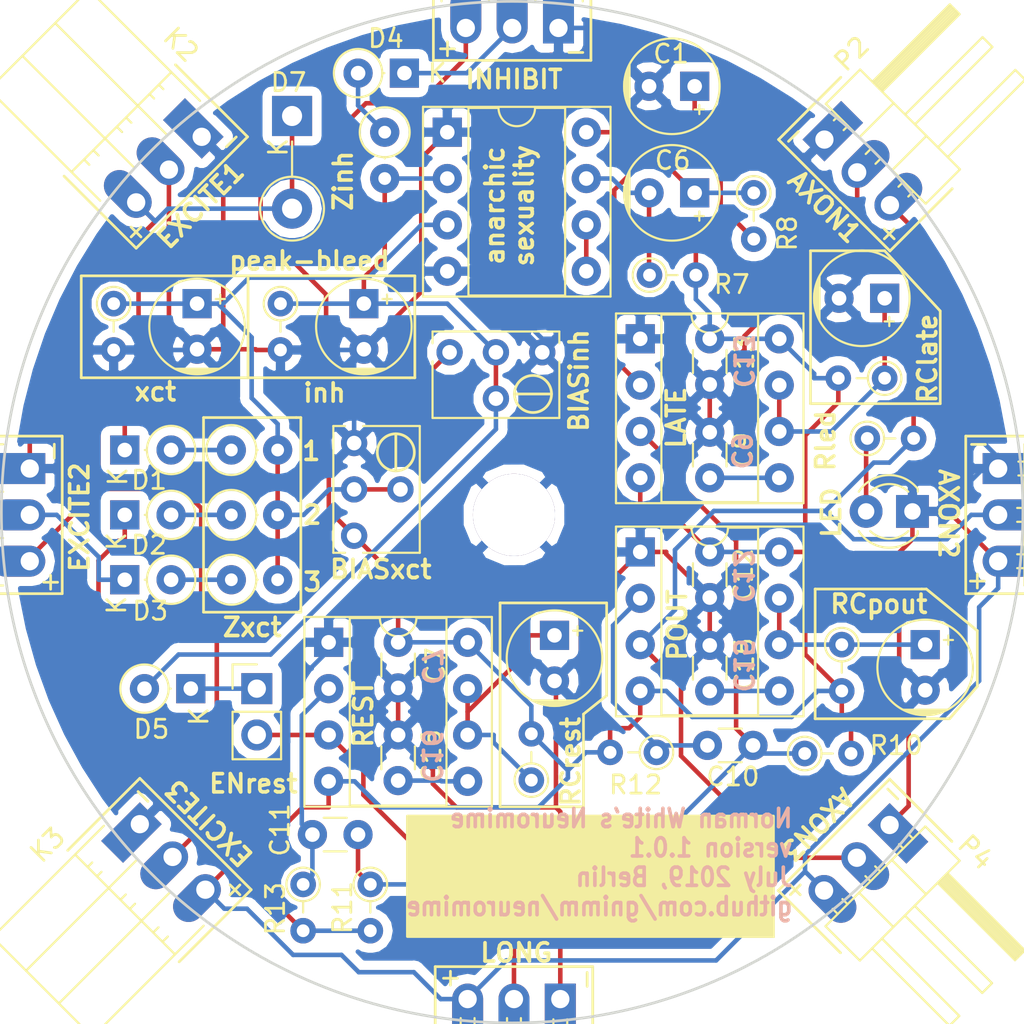
<source format=kicad_pcb>
(kicad_pcb (version 20171130) (host pcbnew 5.0.2-bee76a0~70~ubuntu18.04.1)
  (layers (0 F.Cu signal hide) (31 B.Cu signal hide) (34 B.Paste user hide) (35 F.Paste user hide) (36 B.SilkS user hide) (37 F.SilkS user) (38 B.Mask user hide) (39 F.Mask user) (44 Edge.Cuts user))
  (net 0 "")
  (net 1 GND)
  (net 2 VCC)
  (net 3 refractory)
  (net 4 "Net-(C5-Pad1)")
  (net 5 "Net-(C6-Pad1)")
  (net 6 "Net-(C6-Pad2)")
  (net 7 "Net-(C8-Pad1)")
  (net 8 "Net-(C9-Pad1)")
  (net 9 "Net-(C10-Pad2)")
  (net 10 "Net-(C10-Pad1)")
  (net 11 "Net-(C11-Pad1)")
  (net 12 "Net-(C15-Pad1)")
  (net 13 "Net-(C16-Pad1)")
  (net 14 "Net-(C17-Pad1)")
  (net 15 "Net-(D1-Pad2)")
  (net 16 "Net-(D1-Pad1)")
  (net 17 "Net-(D2-Pad1)")
  (net 18 "Net-(D2-Pad2)")
  (net 19 "Net-(D3-Pad2)")
  (net 20 "Net-(D3-Pad1)")
  (net 21 "Net-(D4-Pad1)")
  (net 22 "Net-(D4-Pad2)")
  (net 23 "Net-(D5-Pad1)")
  (net 24 "Net-(D6-Pad2)")
  (net 25 "Net-(P2-Pad2)")
  (net 26 "Net-(P5-Pad2)")
  (net 27 "Net-(U1-Pad5)")
  (net 28 "Net-(C14-Pad1)")
  (net 29 VDD)
  (module flemming_feetprint_2019:R_Axial_DIN0207_L6.3mm_D2.5mm_P2.54mm_Vertical_pad_numbers_reversed_0.7mm_hole (layer F.Cu) (at 134.506 46.444)
    (fp_text reference R1 hide)
    (fp_text value Zxct)
    (pad 2 thru_hole circle (at 0 0) (size 1.6 1.6) (drill 0.7) (layers *.Cu *.Mask) (net 15 "Net-(D1-Pad2)"))
    (pad 1 thru_hole oval (at 2.54 0) (size 1.6 1.6) (drill 0.7) (layers *.Cu *.Mask) (net 4 "Net-(C5-Pad1)"))
  )
  (module flemming_feetprint_2019:R_Axial_DIN0207_L6.3mm_D2.5mm_P2.54mm_Vertical_pad_numbers_reversed_0.7mm_hole (layer F.Cu) (at 134.506 53.556)
    (fp_text reference R3 hide)
    (fp_text value Zxct)
    (pad 2 thru_hole circle (at 0 0) (size 1.6 1.6) (drill 0.7) (layers *.Cu *.Mask) (net 19 "Net-(D3-Pad2)"))
    (pad 1 thru_hole oval (at 2.54 0) (size 1.6 1.6) (drill 0.7) (layers *.Cu *.Mask) (net 4 "Net-(C5-Pad1)"))
  )
  (module flemming_feetprint_2019:R_Axial_DIN0207_L6.3mm_D2.5mm_P2.54mm_Vertical_pad_numbers_reversed_0.7mm_hole (layer F.Cu) (at 142.915 29.022 270)
    (fp_text reference R4 hide)
    (fp_text value Zinh)
    (pad 2 thru_hole circle (at 0 0 270) (size 1.6 1.6) (drill 0.7) (layers *.Cu *.Mask) (net 22 "Net-(D4-Pad2)"))
    (pad 1 thru_hole oval (at 2.54 0 270) (size 1.6 1.6) (drill 0.7) (layers *.Cu *.Mask) (net 3 refractory))
  )
  (module flemming_feetprint_2019:R_Axial_DIN0207_L6.3mm_D2.5mm_P2.54mm_Vertical_pad_numbers_reversed (layer F.Cu) (at 134.506 50)
    (fp_text reference R2 hide)
    (fp_text value Zxct)
    (pad 2 thru_hole circle (at 0 0) (size 1.6 1.6) (drill 0.7) (layers *.Cu *.Mask) (net 18 "Net-(D2-Pad2)"))
    (pad 1 thru_hole oval (at 2.54 0) (size 1.6 1.6) (drill 0.7) (layers *.Cu *.Mask) (net 4 "Net-(C5-Pad1)"))
  )
  (module flemming_feetprint_2016:CP_Radial_D5.0mm_P2.50mm_positive_symbol_inside (layer F.Cu) (at 170.32 38.1255 180)
    (fp_text reference C8 hide)
    (fp_text value Clate)
    (pad 2 thru_hole circle (at 2.5 0 180) (size 1.6 1.6) (drill 0.8) (layers *.Cu *.Mask) (net 1 GND))
    (pad 1 thru_hole rect (at 0 0 180) (size 1.6 1.6) (drill 0.8) (layers *.Cu *.Mask) (net 7 "Net-(C8-Pad1)"))
  )
  (module flemming_feetprint_2016:CP_Radial_D5.0mm_P2.50mm_positive_symbol_inside (layer F.Cu) (at 159.906 26.505 180)
    (fp_text reference C1 (at 1.2935 1.778 180) (layer F.SilkS))
    (fp_text value 10uF)
    (pad 2 thru_hole circle (at 2.5 0 180) (size 1.6 1.6) (drill 0.8) (layers *.Cu *.Mask) (net 1 GND))
    (pad 1 thru_hole rect (at 0 0 180) (size 1.6 1.6) (drill 0.8) (layers *.Cu *.Mask) (net 2 VCC))
  )
  (module flemming_feetprint_2016:CP_Radial_D5.0mm_P2.50mm_positive_symbol_inside (layer F.Cu) (at 141.772 38.42 270)
    (fp_text reference C4 hide)
    (fp_text value Cpk_inh)
    (pad 2 thru_hole circle (at 2.5 0 270) (size 1.6 1.6) (drill 0.8) (layers *.Cu *.Mask) (net 1 GND))
    (pad 1 thru_hole rect (at 0 0 270) (size 1.6 1.6) (drill 0.8) (layers *.Cu *.Mask) (net 3 refractory))
  )
  (module flemming_feetprint_2016:CP_Radial_D5.0mm_P2.50mm_positive_symbol_inside (layer F.Cu) (at 132.628 38.42 270)
    (fp_text reference C5 hide)
    (fp_text value Cpk_exct)
    (pad 2 thru_hole circle (at 2.5 0 270) (size 1.6 1.6) (drill 0.8) (layers *.Cu *.Mask) (net 1 GND))
    (pad 1 thru_hole rect (at 0 0 270) (size 1.6 1.6) (drill 0.8) (layers *.Cu *.Mask) (net 4 "Net-(C5-Pad1)"))
  )
  (module flemming_feetprint_2016:CP_Radial_D5.0mm_P2.50mm_positive_symbol_inside (layer F.Cu) (at 159.906 32.347 180)
    (fp_text reference C6 (at 1.2065 1.778) (layer F.SilkS))
    (fp_text value 1uF)
    (pad 2 thru_hole circle (at 2.5 0 180) (size 1.6 1.6) (drill 0.8) (layers *.Cu *.Mask) (net 6 "Net-(C6-Pad2)"))
    (pad 1 thru_hole rect (at 0 0 180) (size 1.6 1.6) (drill 0.8) (layers *.Cu *.Mask) (net 5 "Net-(C6-Pad1)"))
  )
  (module flemming_feetprint_2016:CP_Radial_D5.0mm_P2.50mm_positive_symbol_inside (layer F.Cu) (at 172.542 57.112 270)
    (fp_text reference C14 hide)
    (fp_text value Cpout)
    (pad 2 thru_hole circle (at 2.5 0 270) (size 1.6 1.6) (drill 0.8) (layers *.Cu *.Mask) (net 1 GND))
    (pad 1 thru_hole rect (at 0 0 270) (size 1.6 1.6) (drill 0.8) (layers *.Cu *.Mask) (net 28 "Net-(C14-Pad1)"))
  )
  (module flemming_feetprint_2016:CP_Radial_D5.0mm_P2.50mm_positive_symbol_inside (layer F.Cu) (at 152.222 56.604 270)
    (fp_text reference C17 hide)
    (fp_text value Crest)
    (pad 2 thru_hole circle (at 2.5 0 270) (size 1.6 1.6) (drill 0.8) (layers *.Cu *.Mask) (net 1 GND))
    (pad 1 thru_hole rect (at 0 0 270) (size 1.6 1.6) (drill 0.8) (layers *.Cu *.Mask) (net 14 "Net-(C17-Pad1)"))
  )
  (module flemming_feetprint_2016:PinSocket_1x03_P2.54mm_Horizontal_elongated (layer F.Cu) (at 152.44 23.307 270)
    (fp_text reference K1 (at -4.38 -2.77 270) (layer F.SilkS))
    (fp_text value inhibit)
    (fp_text user + (at 1.143 6.1595 270) (layer F.SilkS))
    (fp_text user - (at 1.27 -0.9525) (layer F.SilkS))
    (pad 3 thru_hole oval (at 0 5.08 270) (size 3 1.7) (drill 1 (offset -0.65 0)) (layers *.Cu *.Mask) (net 29 VDD))
    (pad 2 thru_hole oval (at 0 2.54 270) (size 3 1.7) (drill 1 (offset -0.65 0)) (layers *.Cu *.Mask) (net 21 "Net-(D4-Pad1)"))
    (pad 1 thru_hole rect (at 0 0 270) (size 3 1.7) (drill 1 (offset -0.65 0)) (layers *.Cu *.Mask) (net 1 GND))
  )
  (module flemming_feetprint_2016:PinSocket_1x03_P2.54mm_Horizontal_elongated (layer F.Cu) (at 132.882 29.276 315)
    (fp_text reference K2 (at -4.38 -2.77 315) (layer F.SilkS))
    (fp_text value excite)
    (fp_text user + (at 1.143 6.1595 315) (layer F.SilkS))
    (fp_text user - (at 1.27 -0.9525 45) (layer F.SilkS))
    (pad 3 thru_hole oval (at 0 5.079999 315) (size 3 1.7) (drill 1 (offset -0.65 0)) (layers *.Cu *.Mask) (net 29 VDD))
    (pad 2 thru_hole oval (at 0 2.54 315) (size 3 1.7) (drill 1 (offset -0.65 0)) (layers *.Cu *.Mask) (net 16 "Net-(D1-Pad1)"))
    (pad 1 thru_hole rect (at 0 0 315) (size 3 1.7) (drill 1 (offset -0.65 0)) (layers *.Cu *.Mask) (net 1 GND))
  )
  (module flemming_feetprint_2016:PinSocket_1x03_P2.54mm_Horizontal_elongated (layer F.Cu) (at 129.49 66.9545 45)
    (fp_text reference K3 (at -4.38 -2.77 45) (layer F.SilkS))
    (fp_text value excite)
    (fp_text user + (at 1.143 6.1595 45) (layer F.SilkS))
    (fp_text user - (at 1.27 -0.9525 135) (layer F.SilkS))
    (pad 3 thru_hole oval (at 0 5.079999 45) (size 3 1.7) (drill 1 (offset -0.65 0)) (layers *.Cu *.Mask) (net 29 VDD))
    (pad 2 thru_hole oval (at 0 2.54 45) (size 3 1.7) (drill 1 (offset -0.65 0)) (layers *.Cu *.Mask) (net 17 "Net-(D2-Pad1)"))
    (pad 1 thru_hole rect (at 0 0 45) (size 3 1.7) (drill 1 (offset -0.65 0)) (layers *.Cu *.Mask) (net 1 GND))
  )
  (module flemming_feetprint_2016:PinSocket_1x03_P2.54mm_Horizontal_elongated (layer F.Cu) (at 123.457 47.46)
    (fp_text reference K4 (at -4.38 -2.77) (layer F.SilkS))
    (fp_text value excite)
    (fp_text user + (at 1.143 6.1595) (layer F.SilkS))
    (fp_text user - (at 1.27 -0.9525 90) (layer F.SilkS))
    (pad 3 thru_hole oval (at 0 5.08) (size 3 1.7) (drill 1 (offset -0.65 0)) (layers *.Cu *.Mask) (net 29 VDD))
    (pad 2 thru_hole oval (at 0 2.54) (size 3 1.7) (drill 1 (offset -0.65 0)) (layers *.Cu *.Mask) (net 20 "Net-(D3-Pad1)"))
    (pad 1 thru_hole rect (at 0 0) (size 3 1.7) (drill 1 (offset -0.65 0)) (layers *.Cu *.Mask) (net 1 GND))
  )
  (module LED_THT:LED_D3.0mm (layer F.Cu) (at 171.844 49.8095 180)
    (fp_text reference D6 hide)
    (fp_text value LED)
    (pad 2 thru_hole circle (at 2.54 0 180) (size 1.8 1.8) (drill 0.9) (layers *.Cu *.Mask) (net 24 "Net-(D6-Pad2)"))
    (pad 1 thru_hole rect (at 0 0 180) (size 1.8 1.8) (drill 0.9) (layers *.Cu *.Mask) (net 1 GND))
  )
  (module Connector_PinHeader_2.54mm:PinHeader_1x02_P2.54mm_Vertical (layer F.Cu) (at 135.903 59.525)
    (fp_text reference W3 hide)
    (fp_text value ENrest)
    (pad 2 thru_hole oval (at 0 2.54) (size 1.7 1.7) (drill 1) (layers *.Cu *.Mask) (net 26 "Net-(P5-Pad2)"))
    (pad 1 thru_hole rect (at 0 0) (size 1.7 1.7) (drill 1) (layers *.Cu *.Mask) (net 23 "Net-(D5-Pad1)"))
  )
  (module Package_DIP:DIP-8_W7.62mm_Socket (layer F.Cu) (at 139.84 56.985)
    (fp_text reference U4 hide)
    (fp_text value 555rest)
    (pad 8 thru_hole oval (at 7.62 0) (size 1.6 1.6) (drill 0.8) (layers *.Cu *.Mask) (net 2 VCC))
    (pad 4 thru_hole oval (at 0 7.62) (size 1.6 1.6) (drill 0.8) (layers *.Cu *.Mask) (net 2 VCC))
    (pad 7 thru_hole oval (at 7.62 2.54) (size 1.6 1.6) (drill 0.8) (layers *.Cu *.Mask) (net 14 "Net-(C17-Pad1)"))
    (pad 3 thru_hole oval (at 0 5.08) (size 1.6 1.6) (drill 0.8) (layers *.Cu *.Mask) (net 26 "Net-(P5-Pad2)"))
    (pad 6 thru_hole oval (at 7.62 5.08) (size 1.6 1.6) (drill 0.8) (layers *.Cu *.Mask) (net 14 "Net-(C17-Pad1)"))
    (pad 2 thru_hole oval (at 0 2.54) (size 1.6 1.6) (drill 0.8) (layers *.Cu *.Mask) (net 11 "Net-(C11-Pad1)"))
    (pad 5 thru_hole oval (at 7.62 7.62) (size 1.6 1.6) (drill 0.8) (layers *.Cu *.Mask) (net 13 "Net-(C16-Pad1)"))
    (pad 1 thru_hole rect (at 0 0) (size 1.6 1.6) (drill 0.8) (layers *.Cu *.Mask) (net 1 GND))
  )
  (module Capacitor_THT:C_Disc_D3.0mm_W1.6mm_P2.50mm (layer F.Cu) (at 138.951 67.526)
    (fp_text reference C11 (at -1.778 -0.254 90) (layer F.SilkS))
    (fp_text value 0.1uF)
    (pad 2 thru_hole circle (at 2.5 0) (size 1.6 1.6) (drill 0.8) (layers *.Cu *.Mask) (net 9 "Net-(C10-Pad2)"))
    (pad 1 thru_hole circle (at 0 0) (size 1.6 1.6) (drill 0.8) (layers *.Cu *.Mask) (net 11 "Net-(C11-Pad1)"))
  )
  (module Capacitor_THT:C_Disc_D3.0mm_W1.6mm_P2.50mm (layer F.Cu) (at 160.732 52.032 270)
    (fp_text reference C12 (at 1.25 -1.841 270) (layer F.SilkS))
    (fp_text value 0.1uF hide)
    (pad 2 thru_hole circle (at 2.5 0 270) (size 1.6 1.6) (drill 0.8) (layers *.Cu *.Mask) (net 1 GND))
    (pad 1 thru_hole circle (at 0 0 270) (size 1.6 1.6) (drill 0.8) (layers *.Cu *.Mask) (net 2 VCC))
  )
  (module Capacitor_THT:C_Disc_D3.0mm_W1.6mm_P2.50mm (layer F.Cu) (at 160.732 40.348 270)
    (fp_text reference C13 (at 1.25 -1.9045 270) (layer F.SilkS))
    (fp_text value 0.1uF hide)
    (pad 2 thru_hole circle (at 2.5 0 270) (size 1.6 1.6) (drill 0.8) (layers *.Cu *.Mask) (net 1 GND))
    (pad 1 thru_hole circle (at 0 0 270) (size 1.6 1.6) (drill 0.8) (layers *.Cu *.Mask) (net 2 VCC))
  )
  (module Capacitor_THT:C_Disc_D3.0mm_W1.6mm_P2.50mm (layer F.Cu) (at 160.732 59.652 90)
    (fp_text reference C15 (at 1.4605 1.9045 90) (layer F.SilkS))
    (fp_text value 0.1uF hide)
    (pad 2 thru_hole circle (at 2.5 0 90) (size 1.6 1.6) (drill 0.8) (layers *.Cu *.Mask) (net 1 GND))
    (pad 1 thru_hole circle (at 0 0 90) (size 1.6 1.6) (drill 0.8) (layers *.Cu *.Mask) (net 12 "Net-(C15-Pad1)"))
  )
  (module Capacitor_THT:C_Disc_D3.0mm_W1.6mm_P2.50mm (layer F.Cu) (at 143.65 64.565 90)
    (fp_text reference C16 (at 1.357 1.8415 90) (layer F.SilkS))
    (fp_text value 0.1uF hide)
    (pad 2 thru_hole circle (at 2.5 0 90) (size 1.6 1.6) (drill 0.8) (layers *.Cu *.Mask) (net 1 GND))
    (pad 1 thru_hole circle (at 0 0 90) (size 1.6 1.6) (drill 0.8) (layers *.Cu *.Mask) (net 13 "Net-(C16-Pad1)"))
  )
  (module Package_DIP:DIP-8_W7.62mm_Socket (layer F.Cu) (at 146.344 29.022)
    (fp_text reference U1 hide)
    (fp_text value LM311)
    (pad 8 thru_hole oval (at 7.62 0) (size 1.6 1.6) (drill 0.8) (layers *.Cu *.Mask) (net 2 VCC))
    (pad 4 thru_hole oval (at 0 7.62) (size 1.6 1.6) (drill 0.8) (layers *.Cu *.Mask) (net 1 GND))
    (pad 7 thru_hole oval (at 7.62 2.54) (size 1.6 1.6) (drill 0.8) (layers *.Cu *.Mask) (net 6 "Net-(C6-Pad2)"))
    (pad 3 thru_hole oval (at 0 5.08) (size 1.6 1.6) (drill 0.8) (layers *.Cu *.Mask) (net 4 "Net-(C5-Pad1)"))
    (pad 6 thru_hole oval (at 7.62 5.08) (size 1.6 1.6) (drill 0.8) (layers *.Cu *.Mask) (net 27 "Net-(U1-Pad5)"))
    (pad 2 thru_hole oval (at 0 2.54) (size 1.6 1.6) (drill 0.8) (layers *.Cu *.Mask) (net 3 refractory))
    (pad 5 thru_hole oval (at 7.62 7.62) (size 1.6 1.6) (drill 0.8) (layers *.Cu *.Mask) (net 27 "Net-(U1-Pad5)"))
    (pad 1 thru_hole rect (at 0 0) (size 1.6 1.6) (drill 0.8) (layers *.Cu *.Mask) (net 1 GND))
  )
  (module Package_DIP:DIP-8_W7.62mm_Socket (layer F.Cu) (at 156.922 40.348)
    (fp_text reference U2 hide)
    (fp_text value 555late)
    (pad 8 thru_hole oval (at 7.62 0) (size 1.6 1.6) (drill 0.8) (layers *.Cu *.Mask) (net 2 VCC))
    (pad 4 thru_hole oval (at 0 7.62) (size 1.6 1.6) (drill 0.8) (layers *.Cu *.Mask) (net 2 VCC))
    (pad 7 thru_hole oval (at 7.62 2.54) (size 1.6 1.6) (drill 0.8) (layers *.Cu *.Mask) (net 7 "Net-(C8-Pad1)"))
    (pad 3 thru_hole oval (at 0 5.08) (size 1.6 1.6) (drill 0.8) (layers *.Cu *.Mask) (net 9 "Net-(C10-Pad2)"))
    (pad 6 thru_hole oval (at 7.62 5.08) (size 1.6 1.6) (drill 0.8) (layers *.Cu *.Mask) (net 7 "Net-(C8-Pad1)"))
    (pad 2 thru_hole oval (at 0 2.54) (size 1.6 1.6) (drill 0.8) (layers *.Cu *.Mask) (net 5 "Net-(C6-Pad1)"))
    (pad 5 thru_hole oval (at 7.62 7.62) (size 1.6 1.6) (drill 0.8) (layers *.Cu *.Mask) (net 8 "Net-(C9-Pad1)"))
    (pad 1 thru_hole rect (at 0 0) (size 1.6 1.6) (drill 0.8) (layers *.Cu *.Mask) (net 1 GND))
  )
  (module Package_DIP:DIP-8_W7.62mm_Socket (layer F.Cu) (at 156.922 52.032)
    (fp_text reference U3 hide)
    (fp_text value 555pout)
    (pad 8 thru_hole oval (at 7.62 0) (size 1.6 1.6) (drill 0.8) (layers *.Cu *.Mask) (net 2 VCC))
    (pad 4 thru_hole oval (at 0 7.62) (size 1.6 1.6) (drill 0.8) (layers *.Cu *.Mask) (net 2 VCC))
    (pad 7 thru_hole oval (at 7.62 2.54) (size 1.6 1.6) (drill 0.8) (layers *.Cu *.Mask) (net 28 "Net-(C14-Pad1)"))
    (pad 3 thru_hole oval (at 0 5.08) (size 1.6 1.6) (drill 0.8) (layers *.Cu *.Mask) (net 25 "Net-(P2-Pad2)"))
    (pad 6 thru_hole oval (at 7.62 5.08) (size 1.6 1.6) (drill 0.8) (layers *.Cu *.Mask) (net 28 "Net-(C14-Pad1)"))
    (pad 2 thru_hole oval (at 0 2.54) (size 1.6 1.6) (drill 0.8) (layers *.Cu *.Mask) (net 10 "Net-(C10-Pad1)"))
    (pad 5 thru_hole oval (at 7.62 7.62) (size 1.6 1.6) (drill 0.8) (layers *.Cu *.Mask) (net 12 "Net-(C15-Pad1)"))
    (pad 1 thru_hole rect (at 0 0) (size 1.6 1.6) (drill 0.8) (layers *.Cu *.Mask) (net 1 GND))
  )
  (module Capacitor_THT:C_Disc_D3.0mm_W1.6mm_P2.50mm (layer F.Cu) (at 143.65 56.985 270)
    (fp_text reference C7 (at 1.25 -2.05 270) (layer F.SilkS))
    (fp_text value 0.1uF hide)
    (pad 2 thru_hole circle (at 2.5 0 270) (size 1.6 1.6) (drill 0.8) (layers *.Cu *.Mask) (net 1 GND))
    (pad 1 thru_hole circle (at 0 0 270) (size 1.6 1.6) (drill 0.8) (layers *.Cu *.Mask) (net 2 VCC))
  )
  (module Capacitor_THT:C_Disc_D3.0mm_W1.6mm_P2.50mm (layer F.Cu) (at 160.732 47.968 90)
    (fp_text reference C9 (at 1.524 1.841 90) (layer F.SilkS))
    (fp_text value 0.1uF hide)
    (pad 2 thru_hole circle (at 2.5 0 90) (size 1.6 1.6) (drill 0.8) (layers *.Cu *.Mask) (net 1 GND))
    (pad 1 thru_hole circle (at 0 0 90) (size 1.6 1.6) (drill 0.8) (layers *.Cu *.Mask) (net 8 "Net-(C9-Pad1)"))
  )
  (module Capacitor_THT:C_Disc_D3.0mm_W1.6mm_P2.50mm (layer F.Cu) (at 160.604 62.6365)
    (fp_text reference C10 (at 1.3975 1.7145) (layer F.SilkS))
    (fp_text value 0.1uF)
    (pad 2 thru_hole circle (at 2.5 0) (size 1.6 1.6) (drill 0.8) (layers *.Cu *.Mask) (net 9 "Net-(C10-Pad2)"))
    (pad 1 thru_hole circle (at 0 0) (size 1.6 1.6) (drill 0.8) (layers *.Cu *.Mask) (net 10 "Net-(C10-Pad1)"))
  )
  (module flemming_feetprint_2016:PinHeader_1x03_P2.54mm_Horizontal_elomgated_pads (layer F.Cu) (at 167.018 29.426 45)
    (fp_text reference P2 (at 4.385 -2.27 45) (layer F.SilkS))
    (fp_text value axon)
    (fp_text user - (at -1.0795 -1.397 45) (layer F.SilkS))
    (fp_text user + (at -1.143 6.096 45) (layer F.SilkS))
    (pad 3 thru_hole oval (at 0 5.079999 45) (size 3 1.7) (drill 1 (offset 0.65 0)) (layers *.Cu *.Mask) (net 29 VDD))
    (pad 2 thru_hole oval (at 0 2.54 45) (size 3 1.7) (drill 1 (offset 0.65 0)) (layers *.Cu *.Mask) (net 25 "Net-(P2-Pad2)"))
    (pad 1 thru_hole rect (at 0 0 45) (size 3 1.7) (drill 1 (offset 0.65 0)) (layers *.Cu *.Mask) (net 1 GND))
  )
  (module flemming_feetprint_2016:PinHeader_1x03_P2.54mm_Horizontal_elomgated_pads (layer F.Cu) (at 176.543 47.46)
    (fp_text reference P3 (at 4.385 -2.27) (layer F.SilkS))
    (fp_text value axon)
    (fp_text user + (at -1.143 6.096) (layer F.SilkS))
    (fp_text user - (at -1.0795 -1.397) (layer F.SilkS))
    (pad 1 thru_hole rect (at 0 0) (size 3 1.7) (drill 1 (offset 0.65 0)) (layers *.Cu *.Mask) (net 1 GND))
    (pad 2 thru_hole oval (at 0 2.54) (size 3 1.7) (drill 1 (offset 0.65 0)) (layers *.Cu *.Mask) (net 25 "Net-(P2-Pad2)"))
    (pad 3 thru_hole oval (at 0 5.079999) (size 3 1.7) (drill 1 (offset 0.65 0)) (layers *.Cu *.Mask) (net 29 VDD))
  )
  (module flemming_feetprint_2016:PinHeader_1x03_P2.54mm_Horizontal_elomgated_pads (layer F.Cu) (at 170.592 66.9999 315)
    (fp_text reference P4 (at 4.385 -2.27 315) (layer F.SilkS))
    (fp_text value axon)
    (fp_text user - (at -1.0795 -1.397 315) (layer F.SilkS))
    (fp_text user + (at -1.143 6.096 315) (layer F.SilkS))
    (pad 3 thru_hole oval (at 0 5.079999 315) (size 3 1.7) (drill 1 (offset 0.65 0)) (layers *.Cu *.Mask) (net 29 VDD))
    (pad 2 thru_hole oval (at 0 2.54 315) (size 3 1.7) (drill 1 (offset 0.65 0)) (layers *.Cu *.Mask) (net 25 "Net-(P2-Pad2)"))
    (pad 1 thru_hole rect (at 0 0 315) (size 3 1.7) (drill 1 (offset 0.65 0)) (layers *.Cu *.Mask) (net 1 GND))
  )
  (module flemming_feetprint_2016:PinHeader_1x03_P2.54mm_Horizontal_elomgated_pads (layer F.Cu) (at 152.54 76.543 270)
    (fp_text reference P5 (at 4.385 -2.27 270) (layer F.SilkS))
    (fp_text value long)
    (fp_text user + (at -1.143 6.096 270) (layer F.SilkS))
    (fp_text user - (at -1.0795 -1.397 270) (layer F.SilkS))
    (pad 1 thru_hole rect (at 0 0 270) (size 3 1.7) (drill 1 (offset 0.65 0)) (layers *.Cu *.Mask) (net 1 GND))
    (pad 2 thru_hole oval (at 0 2.54 270) (size 3 1.7) (drill 1 (offset 0.65 0)) (layers *.Cu *.Mask) (net 26 "Net-(P5-Pad2)"))
    (pad 3 thru_hole oval (at 0 5.079999 270) (size 3 1.7) (drill 1 (offset 0.65 0)) (layers *.Cu *.Mask) (net 29 VDD))
  )
  (module flemming_feetprint_2016:Potentiometer_Bourns_3266W_Vertical_pin_variation (layer F.Cu) (at 151.551 41.087)
    (fp_text reference RV1 hide)
    (fp_text value BIASinh)
    (pad 2 thru_hole circle (at -2.54 0) (size 1.44 1.44) (drill 0.8) (layers *.Cu *.Mask) (net 3 refractory))
    (pad 1 thru_hole circle (at 0 0) (size 1.44 1.44) (drill 0.8) (layers *.Cu *.Mask) (net 1 GND))
    (pad 2 thru_hole circle (at -2.54 2.54) (size 1.44 1.44) (drill 0.8) (layers *.Cu *.Mask) (net 3 refractory))
    (pad 3 thru_hole circle (at -5.08 0) (size 1.44 1.44) (drill 0.8) (layers *.Cu *.Mask) (net 2 VCC))
  )
  (module flemming_feetprint_2016:Potentiometer_Bourns_3266W_Vertical_pin_variation (layer F.Cu) (at 141.237 46.063 90)
    (fp_text reference RV2 hide)
    (fp_text value BIASxct)
    (pad 3 thru_hole circle (at -5.08 0 90) (size 1.44 1.44) (drill 0.8) (layers *.Cu *.Mask) (net 2 VCC))
    (pad 2 thru_hole circle (at -2.54 2.54 90) (size 1.44 1.44) (drill 0.8) (layers *.Cu *.Mask) (net 4 "Net-(C5-Pad1)"))
    (pad 1 thru_hole circle (at 0 0 90) (size 1.44 1.44) (drill 0.8) (layers *.Cu *.Mask) (net 1 GND))
    (pad 2 thru_hole circle (at -2.54 0 90) (size 1.44 1.44) (drill 0.8) (layers *.Cu *.Mask) (net 4 "Net-(C5-Pad1)"))
  )
  (module flemming_feetprint_2019:MountingHole_4.5mm_PTH (layer F.Cu) (at 150 50)
    (fp_text reference P1 hide)
    (fp_text value mnt hide)
    (pad 1 thru_hole circle (at 0 0) (size 4.5 4.5) (drill 4.5) (layers *.Cu *.Mask) (net 1 GND))
  )
  (module Diode_THT:D_DO-35_SOD27_P2.54mm_Vertical_KathodeUp (layer F.Cu) (at 128.664 46.444)
    (fp_text reference D1 (at 1.3335 1.651) (layer F.SilkS))
    (fp_text value 1N4148)
    (fp_text user K (at -0.381 1.4605 90) (layer F.SilkS))
    (pad 2 thru_hole oval (at 2.54 0) (size 1.6 1.6) (drill 0.8) (layers *.Cu *.Mask) (net 15 "Net-(D1-Pad2)"))
    (pad 1 thru_hole rect (at 0 0) (size 1.6 1.6) (drill 0.8) (layers *.Cu *.Mask) (net 16 "Net-(D1-Pad1)"))
  )
  (module Diode_THT:D_DO-35_SOD27_P2.54mm_Vertical_KathodeUp (layer F.Cu) (at 128.664 50)
    (fp_text reference D2 (at 1.3335 1.651) (layer F.SilkS))
    (fp_text value 1N4148)
    (fp_text user K (at -0.4445 1.4605 90) (layer F.SilkS))
    (pad 2 thru_hole oval (at 2.54 0) (size 1.6 1.6) (drill 0.8) (layers *.Cu *.Mask) (net 18 "Net-(D2-Pad2)"))
    (pad 1 thru_hole rect (at 0 0) (size 1.6 1.6) (drill 0.8) (layers *.Cu *.Mask) (net 17 "Net-(D2-Pad1)"))
  )
  (module Diode_THT:D_DO-35_SOD27_P2.54mm_Vertical_KathodeUp (layer F.Cu) (at 128.664 53.556)
    (fp_text reference D3 (at 1.397 1.7145) (layer F.SilkS))
    (fp_text value 1N4148)
    (fp_text user K (at -0.4445 1.397 90) (layer F.SilkS))
    (pad 1 thru_hole rect (at 0 0) (size 1.6 1.6) (drill 0.8) (layers *.Cu *.Mask) (net 20 "Net-(D3-Pad1)"))
    (pad 2 thru_hole oval (at 2.54 0) (size 1.6 1.6) (drill 0.8) (layers *.Cu *.Mask) (net 19 "Net-(D3-Pad2)"))
  )
  (module Diode_THT:D_DO-35_SOD27_P2.54mm_Vertical_KathodeUp (layer F.Cu) (at 143.994 25.7835 180)
    (fp_text reference D4 (at 1.016 1.905 180) (layer F.SilkS))
    (fp_text value 1N4148)
    (fp_text user K (at -1.8 0 180) (layer F.SilkS))
    (pad 1 thru_hole rect (at 0 0 180) (size 1.6 1.6) (drill 0.8) (layers *.Cu *.Mask) (net 21 "Net-(D4-Pad1)"))
    (pad 2 thru_hole oval (at 2.54 0 180) (size 1.6 1.6) (drill 0.8) (layers *.Cu *.Mask) (net 22 "Net-(D4-Pad2)"))
  )
  (module Diode_THT:D_DO-35_SOD27_P2.54mm_Vertical_KathodeUp (layer F.Cu) (at 132.284 59.525 180)
    (fp_text reference D5 (at 2.1595 -2.2225 180) (layer F.SilkS))
    (fp_text value 1N4148)
    (fp_text user K (at -0.444 -1.524 270) (layer F.SilkS))
    (pad 1 thru_hole rect (at 0 0 180) (size 1.6 1.6) (drill 0.8) (layers *.Cu *.Mask) (net 23 "Net-(D5-Pad1)"))
    (pad 2 thru_hole oval (at 2.54 0 180) (size 1.6 1.6) (drill 0.8) (layers *.Cu *.Mask) (net 3 refractory))
  )
  (module Diode_THT:D_DO-41_SOD81_P5.08mm_Vertical_KathodeUp (layer F.Cu) (at 137.835 28.133 270)
    (fp_text reference D7 (at -1.8415 0.1905) (layer F.SilkS))
    (fp_text value 1N4001)
    (fp_text user K (at 1.7145 0.762 270) (layer F.SilkS))
    (pad 1 thru_hole rect (at 0 0 270) (size 2.2 2.2) (drill 1.1) (layers *.Cu *.Mask) (net 2 VCC))
    (pad 2 thru_hole oval (at 5.08 0 270) (size 2.2 2.2) (drill 1.1) (layers *.Cu *.Mask) (net 29 VDD))
  )
  (module Resistor_THT:R_Axial_DIN0204_L3.6mm_D1.6mm_P2.54mm_Vertical (layer F.Cu) (at 137.2 38.42 270)
    (fp_text reference R5 hide)
    (fp_text value Rbld_inh)
    (pad 1 thru_hole circle (at 0 0 270) (size 1.4 1.4) (drill 0.7) (layers *.Cu *.Mask) (net 3 refractory))
    (pad 2 thru_hole oval (at 2.54 0 270) (size 1.4 1.4) (drill 0.7) (layers *.Cu *.Mask) (net 1 GND))
  )
  (module Resistor_THT:R_Axial_DIN0204_L3.6mm_D1.6mm_P2.54mm_Vertical (layer F.Cu) (at 128.056 38.42 270)
    (fp_text reference R6 hide)
    (fp_text value Rbld_xct)
    (pad 1 thru_hole circle (at 0 0 270) (size 1.4 1.4) (drill 0.7) (layers *.Cu *.Mask) (net 4 "Net-(C5-Pad1)"))
    (pad 2 thru_hole oval (at 2.54 0 270) (size 1.4 1.4) (drill 0.7) (layers *.Cu *.Mask) (net 1 GND))
  )
  (module Resistor_THT:R_Axial_DIN0204_L3.6mm_D1.6mm_P2.54mm_Vertical (layer F.Cu) (at 157.43 36.8555)
    (fp_text reference R7 (at 4.508 0.508) (layer F.SilkS))
    (fp_text value 27K)
    (pad 2 thru_hole oval (at 2.54 0) (size 1.4 1.4) (drill 0.7) (layers *.Cu *.Mask) (net 2 VCC))
    (pad 1 thru_hole circle (at 0 0) (size 1.4 1.4) (drill 0.7) (layers *.Cu *.Mask) (net 6 "Net-(C6-Pad2)"))
  )
  (module Resistor_THT:R_Axial_DIN0204_L3.6mm_D1.6mm_P2.54mm_Vertical (layer F.Cu) (at 163.144 32.347 270)
    (fp_text reference R8 (at 2.2225 -1.842 270) (layer F.SilkS))
    (fp_text value 10K)
    (pad 1 thru_hole circle (at 0 0 270) (size 1.4 1.4) (drill 0.7) (layers *.Cu *.Mask) (net 5 "Net-(C6-Pad1)"))
    (pad 2 thru_hole oval (at 2.54 0 270) (size 1.4 1.4) (drill 0.7) (layers *.Cu *.Mask) (net 2 VCC))
  )
  (module Resistor_THT:R_Axial_DIN0204_L3.6mm_D1.6mm_P2.54mm_Vertical (layer F.Cu) (at 170.32 42.507 180)
    (fp_text reference R9 hide)
    (fp_text value Rlate)
    (pad 2 thru_hole oval (at 2.54 0 180) (size 1.4 1.4) (drill 0.7) (layers *.Cu *.Mask) (net 2 VCC))
    (pad 1 thru_hole circle (at 0 0 180) (size 1.4 1.4) (drill 0.7) (layers *.Cu *.Mask) (net 7 "Net-(C8-Pad1)"))
  )
  (module Resistor_THT:R_Axial_DIN0204_L3.6mm_D1.6mm_P2.54mm_Vertical (layer F.Cu) (at 165.938 63.081)
    (fp_text reference R10 (at 5.017 -0.4445) (layer F.SilkS))
    (fp_text value 10K)
    (pad 1 thru_hole circle (at 0 0) (size 1.4 1.4) (drill 0.7) (layers *.Cu *.Mask) (net 9 "Net-(C10-Pad2)"))
    (pad 2 thru_hole oval (at 2.54 0) (size 1.4 1.4) (drill 0.7) (layers *.Cu *.Mask) (net 2 VCC))
  )
  (module Resistor_THT:R_Axial_DIN0204_L3.6mm_D1.6mm_P2.54mm_Vertical (layer F.Cu) (at 142.126 70.2565 270)
    (fp_text reference R11 (at 1.27 1.524 270) (layer F.SilkS))
    (fp_text value 10K)
    (pad 1 thru_hole circle (at 0 0 270) (size 1.4 1.4) (drill 0.7) (layers *.Cu *.Mask) (net 9 "Net-(C10-Pad2)"))
    (pad 2 thru_hole oval (at 2.54 0 270) (size 1.4 1.4) (drill 0.7) (layers *.Cu *.Mask) (net 2 VCC))
  )
  (module Resistor_THT:R_Axial_DIN0204_L3.6mm_D1.6mm_P2.54mm_Vertical (layer F.Cu) (at 157.81 63.0175 180)
    (fp_text reference R12 (at 1.1425 -1.778 180) (layer F.SilkS))
    (fp_text value 10K)
    (pad 2 thru_hole oval (at 2.54 0 180) (size 1.4 1.4) (drill 0.7) (layers *.Cu *.Mask) (net 2 VCC))
    (pad 1 thru_hole circle (at 0 0 180) (size 1.4 1.4) (drill 0.7) (layers *.Cu *.Mask) (net 10 "Net-(C10-Pad1)"))
  )
  (module Resistor_THT:R_Axial_DIN0204_L3.6mm_D1.6mm_P2.54mm_Vertical (layer F.Cu) (at 138.443 70.2565 270)
    (fp_text reference R13 (at 1.3335 1.524 270) (layer F.SilkS))
    (fp_text value 10K)
    (pad 2 thru_hole oval (at 2.54 0 270) (size 1.4 1.4) (drill 0.7) (layers *.Cu *.Mask) (net 2 VCC))
    (pad 1 thru_hole circle (at 0 0 270) (size 1.4 1.4) (drill 0.7) (layers *.Cu *.Mask) (net 11 "Net-(C11-Pad1)"))
  )
  (module Resistor_THT:R_Axial_DIN0204_L3.6mm_D1.6mm_P2.54mm_Vertical (layer F.Cu) (at 167.97 57.112 270)
    (fp_text reference R14 hide)
    (fp_text value Rpout)
    (pad 2 thru_hole oval (at 2.54 0 270) (size 1.4 1.4) (drill 0.7) (layers *.Cu *.Mask) (net 2 VCC))
    (pad 1 thru_hole circle (at 0 0 270) (size 1.4 1.4) (drill 0.7) (layers *.Cu *.Mask) (net 28 "Net-(C14-Pad1)"))
  )
  (module Resistor_THT:R_Axial_DIN0204_L3.6mm_D1.6mm_P2.54mm_Vertical (layer F.Cu) (at 169.368 45.809)
    (fp_text reference R15 hide)
    (fp_text value Rled)
    (pad 2 thru_hole oval (at 2.54 0) (size 1.4 1.4) (drill 0.7) (layers *.Cu *.Mask) (net 25 "Net-(P2-Pad2)"))
    (pad 1 thru_hole circle (at 0 0) (size 1.4 1.4) (drill 0.7) (layers *.Cu *.Mask) (net 24 "Net-(D6-Pad2)"))
  )
  (module Resistor_THT:R_Axial_DIN0204_L3.6mm_D1.6mm_P2.54mm_Vertical (layer F.Cu) (at 150.952 64.5415 90)
    (fp_text reference R16 hide)
    (fp_text value Rrest)
    (pad 1 thru_hole circle (at 0 0 90) (size 1.4 1.4) (drill 0.7) (layers *.Cu *.Mask) (net 14 "Net-(C17-Pad1)"))
    (pad 2 thru_hole oval (at 2.54 0 90) (size 1.4 1.4) (drill 0.7) (layers *.Cu *.Mask) (net 2 VCC))
  )
  (gr_line (start 132.982 55.334) (end 138.062 55.334) (layer F.SilkS) (width 0.15))
  (gr_line (start 138.062 44.666) (end 132.982 44.666) (layer F.SilkS) (width 0.15))
  (gr_text "Norman White's Neuromime\nversion 1.0.1\nJuly 2019, Berlin\ngithub.com/gnimm/neuromime\n" (at 165.367 69.05) (layer B.SilkS) (effects (font (size 1 0.9) (thickness 0.2)) (justify left mirror)))
  (gr_line (start 175.4 59.398) (end 175.4 56.35) (layer F.SilkS) (width 0.15))
  (gr_line (start 173.876 61.176) (end 175.4 59.398) (layer F.SilkS) (width 0.15))
  (gr_line (start 172.606 61.176) (end 173.876 61.176) (layer F.SilkS) (width 0.15))
  (gr_line (start 172.606 54.064) (end 175.4 56.35) (layer F.SilkS) (width 0.15))
  (gr_line (start 172.352 54.064) (end 172.606 54.064) (layer F.SilkS) (width 0.15))
  (gr_line (start 166.51 54.064) (end 172.352 54.064) (layer F.SilkS) (width 0.15))
  (gr_line (start 166.51 61.176) (end 166.51 54.064) (layer F.SilkS) (width 0.15))
  (gr_line (start 172.606 61.176) (end 166.51 61.176) (layer F.SilkS) (width 0.15))
  (gr_line (start 173.368 38.824) (end 173.368 43.904) (layer F.SilkS) (width 0.15))
  (gr_line (start 170.32 35.522) (end 173.368 38.824) (layer F.SilkS) (width 0.15))
  (gr_line (start 166.256 35.522) (end 170.32 35.522) (layer F.SilkS) (width 0.15))
  (gr_line (start 166.256 43.904) (end 166.256 35.522) (layer F.SilkS) (width 0.15))
  (gr_line (start 173.368 43.904) (end 166.256 43.904) (layer F.SilkS) (width 0.15))
  (gr_text LED (at 167.399 49.873 90) (layer F.SilkS) (effects (font (size 1 1) (thickness 0.2))))
  (gr_text Rled (at 167.0815 45.936 90) (layer F.SilkS) (effects (font (size 1 1) (thickness 0.2))))
  (gr_text RCpout (at 170.0025 54.8895) (layer F.SilkS) (effects (font (size 1 1) (thickness 0.2))))
  (gr_text RClate (at 172.6695 41.4275 90) (layer F.SilkS) (effects (font (size 1 1) (thickness 0.2))))
  (gr_text LATE (at 158.89 44.666 90) (layer F.SilkS) (effects (font (size 1 1) (thickness 0.2))))
  (gr_text AXON1 (at 167.018 33.109 315) (layer F.SilkS) (effects (font (size 1 1) (thickness 0.2))))
  (gr_text POUT (at 158.9535 56.0325 90) (layer F.SilkS) (effects (font (size 1 1) (thickness 0.2))))
  (gr_line (start 149.238 54.826) (end 149.238 66.002) (layer F.SilkS) (width 0.15))
  (gr_line (start 155.08 54.826) (end 149.238 54.826) (layer F.SilkS) (width 0.15))
  (gr_line (start 155.08 59.906) (end 155.08 54.826) (layer F.SilkS) (width 0.15))
  (gr_line (start 153.81 60.922) (end 155.08 59.906) (layer F.SilkS) (width 0.15))
  (gr_line (start 153.81 66.002) (end 153.81 60.922) (layer F.SilkS) (width 0.15))
  (gr_line (start 149.238 66.002) (end 153.81 66.002) (layer F.SilkS) (width 0.15))
  (gr_text RCrest (at 153.1115 63.5255 90) (layer F.SilkS) (effects (font (size 1 1) (thickness 0.2))))
  (gr_text LONG (at 150.127 74.003) (layer F.SilkS) (effects (font (size 1 1) (thickness 0.2))))
  (gr_text AXON2 (at 173.8125 49.9365 270) (layer F.SilkS) (effects (font (size 1 1) (thickness 0.2))))
  (gr_text AXON3 (at 166.637 66.9545 225) (layer F.SilkS) (effects (font (size 1 1) (thickness 0.2))))
  (gr_text C13 (at 162.573 41.5545 270) (layer B.SilkS) (effects (font (size 1 1) (thickness 0.2)) (justify mirror)))
  (gr_text C9 (at 162.446 46.5075 270) (layer B.SilkS) (effects (font (size 1 1) (thickness 0.2)) (justify mirror)))
  (gr_text C15 (at 162.573 58.255 270) (layer B.SilkS) (effects (font (size 1 1) (thickness 0.2)) (justify mirror)))
  (gr_text C12 (at 162.573 53.3655 270) (layer B.SilkS) (effects (font (size 1 1) (thickness 0.2)) (justify mirror)))
  (gr_text C7 (at 145.4915 58.3185 270) (layer B.SilkS) (effects (font (size 1 1) (thickness 0.2)) (justify mirror)))
  (gr_text C16 (at 145.4915 63.208 270) (layer B.SilkS) (effects (font (size 1 1) (thickness 0.2)) (justify mirror)))
  (gr_text EXCITE3 (at 133.2995 66.891 135) (layer F.SilkS) (effects (font (size 1 1) (thickness 0.2))))
  (gr_text REST (at 141.745 60.922 90) (layer F.SilkS) (effects (font (size 1 1) (thickness 0.2))))
  (gr_text ENrest (at 135.7125 64.732) (layer F.SilkS) (effects (font (size 1 1) (thickness 0.2))))
  (gr_text Zinh (at 140.629 31.689 90) (layer F.SilkS) (effects (font (size 1 1) (thickness 0.2))))
  (gr_text EXCITE1 (at 132.8185 33.0225 45) (layer F.SilkS) (effects (font (size 1 1) (thickness 0.2))))
  (gr_text "anarchic\nsexuality" (at 149.746 33.0455 90) (layer F.SilkS) (effects (font (size 1 1) (thickness 0.2))))
  (gr_line (start 138.062 55.334) (end 138.316 55.334) (layer F.SilkS) (width 0.15))
  (gr_line (start 138.062 44.666) (end 138.316 44.666) (layer F.SilkS) (width 0.15))
  (gr_line (start 132.982 44.666) (end 132.982 55.334) (layer F.SilkS) (width 0.15))
  (gr_text INHIBIT (at 150 26.124) (layer F.SilkS) (effects (font (size 1 1) (thickness 0.2))))
  (gr_text Zxct (at 135.649 56.1595) (layer F.SilkS) (effects (font (size 1 1) (thickness 0.2))))
  (gr_line (start 138.316 44.666) (end 138.316 55.334) (layer F.SilkS) (width 0.15))
  (gr_text 3 (at 138.951 53.683) (layer F.SilkS) (effects (font (size 1 1) (thickness 0.2))))
  (gr_text 2 (at 138.951 50) (layer F.SilkS) (effects (font (size 1 1) (thickness 0.2))))
  (gr_text 1 (at 138.8875 46.5075) (layer F.SilkS) (effects (font (size 1 1) (thickness 0.2))))
  (gr_text EXCITE2 (at 126.1875 50.127 90) (layer F.SilkS) (effects (font (size 1 1) (thickness 0.2))))
  (gr_text BIASxct (at 142.6975 52.9845) (layer F.SilkS) (effects (font (size 1 1) (thickness 0.2))))
  (gr_text "BIASinh\n" (at 153.556 42.634 90) (layer F.SilkS) (effects (font (size 1 1) (thickness 0.2))))
  (gr_text "inh\n" (at 139.613 43.3095) (layer F.SilkS) (effects (font (size 1 1) (thickness 0.2))))
  (gr_text xct (at 130.342 43.246) (layer F.SilkS) (effects (font (size 1 1) (thickness 0.2))))
  (gr_text peak-bleed (at 138.7875 36.0705) (layer F.SilkS) (effects (font (size 1 1) (thickness 0.2))))
  (gr_line (start 135.422 36.896) (end 135.422 42.484) (layer F.SilkS) (width 0.15))
  (gr_line (start 126.278 36.896) (end 126.278 42.484) (layer F.SilkS) (width 0.15))
  (gr_line (start 144.566 36.896) (end 126.278 36.896) (layer F.SilkS) (width 0.15))
  (gr_line (start 144.566 42.484) (end 144.566 36.896) (layer F.SilkS) (width 0.15))
  (gr_line (start 144.312 42.484) (end 144.566 42.484) (layer F.SilkS) (width 0.15))
  (gr_line (start 126.278 42.484) (end 144.312 42.484) (layer F.SilkS) (width 0.15))
  (gr_poly (pts (xy 144.158 66.51) (xy 144.158 73.114) (xy 164.224 73.114) (xy 164.224 66.51)) (layer F.SilkS) (width 0.15))
  (gr_circle (center 149.9 49.85) (end 177.9 49.85) (layer Edge.Cuts) (width 0.15))
  (segment (start 129.49 66.9545) (end 130.5331 65.9114) (width 0.25) (layer B.Cu) (net 1))
  (segment (start 140.3675 56.985) (end 140.2816 56.985) (width 0.25) (layer B.Cu) (net 1))
  (segment (start 140.2816 56.985) (end 137.6188 59.6478) (width 0.25) (layer B.Cu) (net 1))
  (segment (start 137.6188 59.6478) (end 137.6188 62.4496) (width 0.25) (layer B.Cu) (net 1))
  (segment (start 137.6188 62.4496) (end 134.1569 65.9115) (width 0.25) (layer B.Cu) (net 1))
  (segment (start 134.1569 65.9115) (end 130.5331 65.9115) (width 0.25) (layer B.Cu) (net 1))
  (segment (start 130.5331 65.9115) (end 130.5331 65.9114) (width 0.25) (layer B.Cu) (net 1))
  (segment (start 140.3675 56.985) (end 141.2651 56.985) (width 0.25) (layer B.Cu) (net 1))
  (segment (start 139.84 56.985) (end 140.3675 56.985) (width 0.25) (layer B.Cu) (net 1))
  (segment (start 143.65 59.485) (end 141.2651 57.1001) (width 0.25) (layer B.Cu) (net 1))
  (segment (start 141.2651 57.1001) (end 141.2651 56.985) (width 0.25) (layer B.Cu) (net 1))
  (segment (start 165.975 37.3235) (end 167.018 37.3235) (width 0.25) (layer F.Cu) (net 1))
  (segment (start 167.018 37.3235) (end 167.82 38.1255) (width 0.25) (layer F.Cu) (net 1))
  (segment (start 160.732 42.848) (end 162.637 40.943) (width 0.25) (layer F.Cu) (net 1))
  (segment (start 162.637 40.943) (end 162.637 40.1926) (width 0.25) (layer F.Cu) (net 1))
  (segment (start 162.637 40.1926) (end 165.5061 37.3235) (width 0.25) (layer F.Cu) (net 1))
  (segment (start 165.5061 37.3235) (end 165.975 37.3235) (width 0.25) (layer F.Cu) (net 1))
  (segment (start 165.975 37.3235) (end 165.975 30.4691) (width 0.25) (layer F.Cu) (net 1))
  (segment (start 165.975 30.4691) (end 165.975 30.469) (width 0.25) (layer F.Cu) (net 1))
  (segment (start 160.732 45.468) (end 160.732 42.848) (width 0.25) (layer F.Cu) (net 1))
  (segment (start 167.018 29.426) (end 165.975 30.469) (width 0.25) (layer F.Cu) (net 1))
  (segment (start 152.44 23.307) (end 152.44 24.7821) (width 0.25) (layer F.Cu) (net 1))
  (segment (start 146.344 29.022) (end 147.7691 29.022) (width 0.25) (layer F.Cu) (net 1))
  (segment (start 147.7691 29.022) (end 152.009 24.7821) (width 0.25) (layer F.Cu) (net 1))
  (segment (start 152.009 24.7821) (end 152.44 24.7821) (width 0.25) (layer F.Cu) (net 1))
  (segment (start 144.9189 36.642) (end 144.9189 30.4471) (width 0.25) (layer F.Cu) (net 1))
  (segment (start 144.9189 30.4471) (end 146.344 29.022) (width 0.25) (layer F.Cu) (net 1))
  (segment (start 176.4169 46.7224) (end 176.543 46.7224) (width 0.25) (layer B.Cu) (net 1))
  (segment (start 167.82 38.1255) (end 176.4169 46.7224) (width 0.25) (layer B.Cu) (net 1))
  (segment (start 176.4169 46.7224) (end 176.4169 46.7617) (width 0.25) (layer B.Cu) (net 1))
  (segment (start 176.4169 46.7617) (end 173.3691 49.8095) (width 0.25) (layer B.Cu) (net 1))
  (segment (start 171.844 49.8095) (end 173.3691 49.8095) (width 0.25) (layer B.Cu) (net 1))
  (segment (start 176.543 47.46) (end 176.543 46.7224) (width 0.25) (layer B.Cu) (net 1))
  (segment (start 134.0628 40.92) (end 135.8349 40.92) (width 0.25) (layer F.Cu) (net 1))
  (segment (start 135.8349 40.92) (end 135.8749 40.96) (width 0.25) (layer F.Cu) (net 1))
  (segment (start 132.628 40.92) (end 134.0628 40.92) (width 0.25) (layer F.Cu) (net 1))
  (segment (start 134.0628 40.92) (end 134.0628 30.4568) (width 0.25) (layer F.Cu) (net 1))
  (segment (start 134.0628 30.4568) (end 132.882 29.276) (width 0.25) (layer F.Cu) (net 1))
  (segment (start 137.2 40.96) (end 135.8749 40.96) (width 0.25) (layer F.Cu) (net 1))
  (segment (start 141.237 40.96) (end 141.732 40.96) (width 0.25) (layer B.Cu) (net 1))
  (segment (start 141.732 40.96) (end 141.772 40.92) (width 0.25) (layer B.Cu) (net 1))
  (segment (start 137.2 40.96) (end 141.237 40.96) (width 0.25) (layer B.Cu) (net 1))
  (segment (start 141.237 40.96) (end 141.237 46.063) (width 0.25) (layer B.Cu) (net 1))
  (segment (start 152.3015 66.0349) (end 146.8455 66.0349) (width 0.25) (layer F.Cu) (net 1))
  (segment (start 146.8455 66.0349) (end 145.555 64.7444) (width 0.25) (layer F.Cu) (net 1))
  (segment (start 145.555 64.7444) (end 145.555 63.97) (width 0.25) (layer F.Cu) (net 1))
  (segment (start 145.555 63.97) (end 143.65 62.065) (width 0.25) (layer F.Cu) (net 1))
  (segment (start 152.54 76.543) (end 152.54 66.2734) (width 0.25) (layer F.Cu) (net 1))
  (segment (start 152.54 66.2734) (end 152.3015 66.0349) (width 0.25) (layer F.Cu) (net 1))
  (segment (start 152.3015 66.0349) (end 152.3015 59.1835) (width 0.25) (layer F.Cu) (net 1))
  (segment (start 152.3015 59.1835) (end 152.222 59.104) (width 0.25) (layer F.Cu) (net 1))
  (segment (start 151.551 40.348) (end 147.845 36.642) (width 0.25) (layer B.Cu) (net 1))
  (segment (start 147.845 36.642) (end 147.7691 36.642) (width 0.25) (layer B.Cu) (net 1))
  (segment (start 151.551 41.087) (end 151.551 40.348) (width 0.25) (layer B.Cu) (net 1))
  (segment (start 151.551 40.348) (end 155.4969 40.348) (width 0.25) (layer B.Cu) (net 1))
  (segment (start 156.922 40.348) (end 155.4969 40.348) (width 0.25) (layer B.Cu) (net 1))
  (segment (start 152.222 59.104) (end 153.6574 57.6686) (width 0.25) (layer F.Cu) (net 1))
  (segment (start 153.6574 57.6686) (end 153.6574 55.2966) (width 0.25) (layer F.Cu) (net 1))
  (segment (start 153.6574 55.2966) (end 156.922 52.032) (width 0.25) (layer F.Cu) (net 1))
  (segment (start 156.922 52.032) (end 156.922 50.6069) (width 0.25) (layer B.Cu) (net 1))
  (segment (start 160.732 45.468) (end 158.3471 47.8529) (width 0.25) (layer B.Cu) (net 1))
  (segment (start 158.3471 47.8529) (end 158.3471 49.1818) (width 0.25) (layer B.Cu) (net 1))
  (segment (start 158.3471 49.1818) (end 156.922 50.6069) (width 0.25) (layer B.Cu) (net 1))
  (segment (start 128.056 40.96) (end 132.588 40.96) (width 0.25) (layer B.Cu) (net 1))
  (segment (start 132.588 40.96) (end 132.628 40.92) (width 0.25) (layer B.Cu) (net 1))
  (segment (start 157.4495 52.032) (end 156.922 52.032) (width 0.25) (layer F.Cu) (net 1))
  (segment (start 152.44 23.307) (end 153.9151 23.307) (width 0.25) (layer B.Cu) (net 1))
  (segment (start 153.9151 23.307) (end 157.1131 26.505) (width 0.25) (layer B.Cu) (net 1))
  (segment (start 157.1131 26.505) (end 157.406 26.505) (width 0.25) (layer B.Cu) (net 1))
  (segment (start 128.056 40.96) (end 128.056 42.2851) (width 0.25) (layer F.Cu) (net 1))
  (segment (start 123.457 47.46) (end 123.457 45.9849) (width 0.25) (layer F.Cu) (net 1))
  (segment (start 123.457 45.9849) (end 127.1568 42.2851) (width 0.25) (layer F.Cu) (net 1))
  (segment (start 127.1568 42.2851) (end 128.056 42.2851) (width 0.25) (layer F.Cu) (net 1))
  (segment (start 171.844 51.3346) (end 171.1168 52.0618) (width 0.25) (layer F.Cu) (net 1))
  (segment (start 171.1168 52.0618) (end 171.1168 58.1868) (width 0.25) (layer F.Cu) (net 1))
  (segment (start 171.1168 58.1868) (end 172.542 59.612) (width 0.25) (layer F.Cu) (net 1))
  (segment (start 171.844 49.8095) (end 171.844 51.3346) (width 0.25) (layer F.Cu) (net 1))
  (segment (start 171.6351 65.9568) (end 171.635 65.9568) (width 0.25) (layer F.Cu) (net 1))
  (segment (start 171.635 65.9568) (end 171.635 60.519) (width 0.25) (layer F.Cu) (net 1))
  (segment (start 171.635 60.519) (end 172.542 59.612) (width 0.25) (layer F.Cu) (net 1))
  (segment (start 144.9189 36.642) (end 144.9189 37.7731) (width 0.25) (layer F.Cu) (net 1))
  (segment (start 144.9189 37.7731) (end 141.772 40.92) (width 0.25) (layer F.Cu) (net 1))
  (segment (start 146.344 36.642) (end 144.9189 36.642) (width 0.25) (layer F.Cu) (net 1))
  (segment (start 146.344 36.642) (end 147.7691 36.642) (width 0.25) (layer B.Cu) (net 1))
  (segment (start 157.4495 52.032) (end 158.3471 52.032) (width 0.25) (layer F.Cu) (net 1))
  (segment (start 160.732 54.532) (end 158.3471 52.1471) (width 0.25) (layer F.Cu) (net 1))
  (segment (start 158.3471 52.1471) (end 158.3471 52.032) (width 0.25) (layer F.Cu) (net 1))
  (segment (start 160.732 57.152) (end 160.732 54.532) (width 0.25) (layer F.Cu) (net 1))
  (segment (start 156.922 40.348) (end 158.3471 40.348) (width 0.25) (layer B.Cu) (net 1))
  (segment (start 160.732 42.848) (end 158.3471 40.4631) (width 0.25) (layer B.Cu) (net 1))
  (segment (start 158.3471 40.4631) (end 158.3471 40.348) (width 0.25) (layer B.Cu) (net 1))
  (segment (start 143.65 59.485) (end 143.65 62.065) (width 0.25) (layer F.Cu) (net 1))
  (segment (start 170.592 66.9999) (end 171.6351 65.9568) (width 0.25) (layer F.Cu) (net 1))
  (segment (start 150 50) (end 152.413 52.413) (width 0.25) (layer B.Cu) (net 1))
  (segment (start 152.032 52.032) (end 150 50) (width 0.25) (layer B.Cu) (net 1))
  (segment (start 156.922 52.032) (end 152.032 52.032) (width 0.25) (layer B.Cu) (net 1))
  (segment (start 156.922 59.652) (end 158.3471 59.652) (width 0.25) (layer B.Cu) (net 2))
  (segment (start 167.97 59.652) (end 166.6449 59.652) (width 0.25) (layer B.Cu) (net 2))
  (segment (start 166.6449 59.652) (end 165.2198 61.0771) (width 0.25) (layer B.Cu) (net 2))
  (segment (start 165.2198 61.0771) (end 159.7722 61.0771) (width 0.25) (layer B.Cu) (net 2))
  (segment (start 159.7722 61.0771) (end 158.3471 59.652) (width 0.25) (layer B.Cu) (net 2))
  (segment (start 141.1508 42.3648) (end 139.7013 40.9153) (width 0.25) (layer F.Cu) (net 2))
  (segment (start 139.7013 40.9153) (end 139.7013 37.9173) (width 0.25) (layer F.Cu) (net 2))
  (segment (start 139.7013 37.9173) (end 136.1099 34.3259) (width 0.25) (layer F.Cu) (net 2))
  (segment (start 136.1099 34.3259) (end 136.1099 31.5832) (width 0.25) (layer F.Cu) (net 2))
  (segment (start 136.1099 31.5832) (end 137.835 29.8581) (width 0.25) (layer F.Cu) (net 2))
  (segment (start 146.471 41.087) (end 145.1932 42.3648) (width 0.25) (layer F.Cu) (net 2))
  (segment (start 145.1932 42.3648) (end 141.1508 42.3648) (width 0.25) (layer F.Cu) (net 2))
  (segment (start 141.1508 42.3648) (end 139.8506 43.665) (width 0.25) (layer F.Cu) (net 2))
  (segment (start 139.8506 43.665) (end 139.8506 49.7566) (width 0.25) (layer F.Cu) (net 2))
  (segment (start 139.8506 49.7566) (end 141.237 51.143) (width 0.25) (layer F.Cu) (net 2))
  (segment (start 143.65 56.985) (end 143.65 53.556) (width 0.25) (layer F.Cu) (net 2))
  (segment (start 143.65 53.556) (end 141.237 51.143) (width 0.25) (layer F.Cu) (net 2))
  (segment (start 137.835 28.133) (end 137.835 29.8581) (width 0.25) (layer F.Cu) (net 2))
  (segment (start 140.8009 72.7965) (end 138.443 72.7965) (width 0.25) (layer B.Cu) (net 2))
  (segment (start 161.8787 33.6217) (end 161.3311 33.0741) (width 0.25) (layer F.Cu) (net 2))
  (segment (start 161.3311 33.0741) (end 161.3311 31.266) (width 0.25) (layer F.Cu) (net 2))
  (segment (start 161.3311 31.266) (end 158.9506 28.8855) (width 0.25) (layer F.Cu) (net 2))
  (segment (start 163.144 34.887) (end 161.8787 33.6217) (width 0.25) (layer F.Cu) (net 2))
  (segment (start 161.8787 33.6217) (end 159.97 35.5304) (width 0.25) (layer F.Cu) (net 2))
  (segment (start 159.97 36.8555) (end 159.97 35.5304) (width 0.25) (layer F.Cu) (net 2))
  (segment (start 159.97 36.8555) (end 159.97 38.1806) (width 0.25) (layer B.Cu) (net 2))
  (segment (start 159.97 38.1806) (end 160.732 38.9426) (width 0.25) (layer B.Cu) (net 2))
  (segment (start 160.732 38.9426) (end 160.732 40.348) (width 0.25) (layer B.Cu) (net 2))
  (segment (start 164.542 40.348) (end 160.732 40.348) (width 0.25) (layer B.Cu) (net 2))
  (segment (start 166.4549 42.507) (end 166.4549 42.2609) (width 0.25) (layer B.Cu) (net 2))
  (segment (start 166.4549 42.2609) (end 164.542 40.348) (width 0.25) (layer B.Cu) (net 2))
  (segment (start 158.9506 28.8855) (end 158.8141 29.022) (width 0.25) (layer F.Cu) (net 2))
  (segment (start 158.8141 29.022) (end 153.964 29.022) (width 0.25) (layer F.Cu) (net 2))
  (segment (start 159.906 27.7425) (end 159.906 27.9301) (width 0.25) (layer F.Cu) (net 2))
  (segment (start 159.906 27.9301) (end 158.9506 28.8855) (width 0.25) (layer F.Cu) (net 2))
  (segment (start 159.906 26.505) (end 159.906 27.7425) (width 0.25) (layer F.Cu) (net 2))
  (segment (start 150.952 62.0015) (end 150.952 60.477) (width 0.25) (layer B.Cu) (net 2))
  (segment (start 150.952 60.477) (end 147.46 56.985) (width 0.25) (layer B.Cu) (net 2))
  (segment (start 152.9565 64.0059) (end 150.952 62.0015) (width 0.25) (layer B.Cu) (net 2))
  (segment (start 141.2651 64.605) (end 142.6903 66.0302) (width 0.25) (layer B.Cu) (net 2))
  (segment (start 142.6903 66.0302) (end 151.3463 66.0302) (width 0.25) (layer B.Cu) (net 2))
  (segment (start 151.3463 66.0302) (end 152.9565 64.42) (width 0.25) (layer B.Cu) (net 2))
  (segment (start 152.9565 64.42) (end 152.9565 64.006) (width 0.25) (layer B.Cu) (net 2))
  (segment (start 152.9565 64.006) (end 152.9565 64.0059) (width 0.25) (layer B.Cu) (net 2))
  (segment (start 152.9565 64.0059) (end 153.9449 63.0175) (width 0.25) (layer B.Cu) (net 2))
  (segment (start 167.78 42.507) (end 166.4549 42.507) (width 0.25) (layer B.Cu) (net 2))
  (segment (start 165.9671 52.032) (end 165.9671 45.645) (width 0.25) (layer F.Cu) (net 2))
  (segment (start 165.9671 45.645) (end 167.78 43.8321) (width 0.25) (layer F.Cu) (net 2))
  (segment (start 167.97 59.652) (end 165.9671 57.6491) (width 0.25) (layer F.Cu) (net 2))
  (segment (start 165.9671 57.6491) (end 165.9671 52.032) (width 0.25) (layer F.Cu) (net 2))
  (segment (start 164.542 52.032) (end 165.9671 52.032) (width 0.25) (layer F.Cu) (net 2))
  (segment (start 167.78 42.507) (end 167.78 43.8321) (width 0.25) (layer F.Cu) (net 2))
  (segment (start 155.27 63.0175) (end 153.9449 63.0175) (width 0.25) (layer B.Cu) (net 2))
  (segment (start 139.84 64.605) (end 141.2651 64.605) (width 0.25) (layer B.Cu) (net 2))
  (segment (start 142.126 72.7965) (end 140.8009 72.7965) (width 0.25) (layer B.Cu) (net 2))
  (segment (start 139.84 64.605) (end 139.84 66.0301) (width 0.25) (layer F.Cu) (net 2))
  (segment (start 139.84 66.0301) (end 138.4149 66.0301) (width 0.25) (layer F.Cu) (net 2))
  (segment (start 138.4149 66.0301) (end 137.0763 67.3687) (width 0.25) (layer F.Cu) (net 2))
  (segment (start 137.0763 67.3687) (end 137.0763 71.4298) (width 0.25) (layer F.Cu) (net 2))
  (segment (start 137.0763 71.4298) (end 138.443 72.7965) (width 0.25) (layer F.Cu) (net 2))
  (segment (start 156.922 47.968) (end 156.922 49.3931) (width 0.25) (layer F.Cu) (net 2))
  (segment (start 160.732 52.032) (end 158.0931 49.3931) (width 0.25) (layer F.Cu) (net 2))
  (segment (start 158.0931 49.3931) (end 156.922 49.3931) (width 0.25) (layer F.Cu) (net 2))
  (segment (start 160.732 52.032) (end 164.542 52.032) (width 0.25) (layer B.Cu) (net 2))
  (segment (start 143.65 56.985) (end 147.46 56.985) (width 0.25) (layer B.Cu) (net 2))
  (segment (start 155.27 63.0175) (end 155.27 61.6924) (width 0.25) (layer F.Cu) (net 2))
  (segment (start 156.922 59.652) (end 156.922 61.0771) (width 0.25) (layer F.Cu) (net 2))
  (segment (start 155.27 61.6924) (end 156.3067 61.6924) (width 0.25) (layer F.Cu) (net 2))
  (segment (start 156.3067 61.6924) (end 156.922 61.0771) (width 0.25) (layer F.Cu) (net 2))
  (segment (start 167.97 59.652) (end 167.97 60.9771) (width 0.25) (layer F.Cu) (net 2))
  (segment (start 167.97 60.9771) (end 168.478 61.4851) (width 0.25) (layer F.Cu) (net 2))
  (segment (start 168.478 61.4851) (end 168.478 63.081) (width 0.25) (layer F.Cu) (net 2))
  (segment (start 141.772 38.42) (end 141.772 36.9949) (width 0.25) (layer F.Cu) (net 3))
  (segment (start 141.772 36.9949) (end 142.915 35.8519) (width 0.25) (layer F.Cu) (net 3))
  (segment (start 142.915 35.8519) (end 142.915 31.562) (width 0.25) (layer F.Cu) (net 3))
  (segment (start 149.011 43.627) (end 149.011 45.3038) (width 0.25) (layer B.Cu) (net 3))
  (segment (start 149.011 45.3038) (end 136.6595 57.6553) (width 0.25) (layer B.Cu) (net 3))
  (segment (start 136.6595 57.6553) (end 131.6137 57.6553) (width 0.25) (layer B.Cu) (net 3))
  (segment (start 131.6137 57.6553) (end 129.744 59.525) (width 0.25) (layer B.Cu) (net 3))
  (segment (start 146.344 31.562) (end 142.915 31.562) (width 0.25) (layer B.Cu) (net 3))
  (segment (start 149.011 41.087) (end 146.344 38.42) (width 0.25) (layer B.Cu) (net 3))
  (segment (start 146.344 38.42) (end 141.772 38.42) (width 0.25) (layer B.Cu) (net 3))
  (segment (start 149.011 43.627) (end 149.011 41.087) (width 0.25) (layer F.Cu) (net 3))
  (segment (start 137.2 38.42) (end 141.772 38.42) (width 0.25) (layer B.Cu) (net 3))
  (segment (start 141.237 48.603) (end 143.777 48.603) (width 0.25) (layer F.Cu) (net 4))
  (segment (start 137.046 50) (end 138.4711 50) (width 0.25) (layer B.Cu) (net 4))
  (segment (start 138.4711 50) (end 139.8681 48.603) (width 0.25) (layer B.Cu) (net 4))
  (segment (start 139.8681 48.603) (end 141.237 48.603) (width 0.25) (layer B.Cu) (net 4))
  (segment (start 137.046 46.444) (end 137.046 45.0189) (width 0.25) (layer B.Cu) (net 4))
  (segment (start 133.7716 38.42) (end 135.6209 40.2693) (width 0.25) (layer B.Cu) (net 4))
  (segment (start 135.6209 40.2693) (end 135.6209 43.5938) (width 0.25) (layer B.Cu) (net 4))
  (segment (start 135.6209 43.5938) (end 137.046 45.0189) (width 0.25) (layer B.Cu) (net 4))
  (segment (start 133.7716 38.42) (end 134.0531 38.42) (width 0.25) (layer B.Cu) (net 4))
  (segment (start 132.628 38.42) (end 133.7716 38.42) (width 0.25) (layer B.Cu) (net 4))
  (segment (start 128.056 38.42) (end 131.2029 38.42) (width 0.25) (layer B.Cu) (net 4))
  (segment (start 132.628 38.42) (end 131.2029 38.42) (width 0.25) (layer B.Cu) (net 4))
  (segment (start 137.046 46.444) (end 137.046 50) (width 0.25) (layer F.Cu) (net 4))
  (segment (start 137.046 53.556) (end 137.046 50) (width 0.25) (layer F.Cu) (net 4))
  (segment (start 146.344 34.102) (end 144.9189 34.102) (width 0.25) (layer B.Cu) (net 4))
  (segment (start 144.9189 34.102) (end 142.026 36.9949) (width 0.25) (layer B.Cu) (net 4))
  (segment (start 142.026 36.9949) (end 135.4782 36.9949) (width 0.25) (layer B.Cu) (net 4))
  (segment (start 135.4782 36.9949) (end 134.0531 38.42) (width 0.25) (layer B.Cu) (net 4))
  (segment (start 159.906 32.347) (end 158.4715 30.9125) (width 0.25) (layer F.Cu) (net 5))
  (segment (start 158.4715 30.9125) (end 156.774 30.9125) (width 0.25) (layer F.Cu) (net 5))
  (segment (start 156.774 30.9125) (end 155.4968 32.1897) (width 0.25) (layer F.Cu) (net 5))
  (segment (start 155.4968 32.1897) (end 155.4968 41.4628) (width 0.25) (layer F.Cu) (net 5))
  (segment (start 155.4968 41.4628) (end 156.922 42.888) (width 0.25) (layer F.Cu) (net 5))
  (segment (start 163.144 32.347) (end 159.906 32.347) (width 0.25) (layer B.Cu) (net 5))
  (segment (start 157.43 36.8555) (end 157.406 36.8315) (width 0.25) (layer F.Cu) (net 6))
  (segment (start 157.406 36.8315) (end 157.406 32.347) (width 0.25) (layer F.Cu) (net 6))
  (segment (start 153.964 31.562) (end 155.3891 31.562) (width 0.25) (layer B.Cu) (net 6))
  (segment (start 157.406 32.347) (end 156.1741 32.347) (width 0.25) (layer B.Cu) (net 6))
  (segment (start 156.1741 32.347) (end 155.3891 31.562) (width 0.25) (layer B.Cu) (net 6))
  (segment (start 164.542 45.428) (end 167.399 45.428) (width 0.25) (layer B.Cu) (net 7))
  (segment (start 167.399 45.428) (end 170.32 42.507) (width 0.25) (layer B.Cu) (net 7))
  (segment (start 164.542 45.428) (end 164.542 42.888) (width 0.25) (layer F.Cu) (net 7))
  (segment (start 170.32 42.507) (end 170.32 38.1255) (width 0.25) (layer F.Cu) (net 7))
  (segment (start 160.732 47.968) (end 164.542 47.968) (width 0.25) (layer B.Cu) (net 8))
  (segment (start 165.938 63.081) (end 163.5485 63.081) (width 0.25) (layer B.Cu) (net 9))
  (segment (start 163.5485 63.081) (end 163.104 62.6365) (width 0.25) (layer B.Cu) (net 9))
  (segment (start 142.126 70.2565) (end 155.484 70.2565) (width 0.25) (layer B.Cu) (net 9))
  (segment (start 155.484 70.2565) (end 163.104 62.6365) (width 0.25) (layer B.Cu) (net 9))
  (segment (start 156.922 45.428) (end 158.827 47.333) (width 0.25) (layer F.Cu) (net 9))
  (segment (start 158.827 47.333) (end 158.827 48.0786) (width 0.25) (layer F.Cu) (net 9))
  (segment (start 158.827 48.0786) (end 162.1771 51.4287) (width 0.25) (layer F.Cu) (net 9))
  (segment (start 162.1771 51.4287) (end 162.1771 61.7096) (width 0.25) (layer F.Cu) (net 9))
  (segment (start 162.1771 61.7096) (end 163.104 62.6365) (width 0.25) (layer F.Cu) (net 9))
  (segment (start 142.126 70.2565) (end 141.451 69.5815) (width 0.25) (layer F.Cu) (net 9))
  (segment (start 141.451 69.5815) (end 141.451 67.526) (width 0.25) (layer F.Cu) (net 9))
  (segment (start 157.81 62.6365) (end 155.432 60.2585) (width 0.25) (layer B.Cu) (net 10))
  (segment (start 155.432 60.2585) (end 155.432 56.062) (width 0.25) (layer B.Cu) (net 10))
  (segment (start 155.432 56.062) (end 156.922 54.572) (width 0.25) (layer B.Cu) (net 10))
  (segment (start 157.81 63.0175) (end 157.81 62.6365) (width 0.25) (layer B.Cu) (net 10))
  (segment (start 157.81 62.6365) (end 160.604 62.6365) (width 0.25) (layer B.Cu) (net 10))
  (segment (start 138.443 70.2565) (end 138.951 69.7485) (width 0.25) (layer B.Cu) (net 11))
  (segment (start 138.951 69.7485) (end 138.951 67.526) (width 0.25) (layer B.Cu) (net 11))
  (segment (start 138.951 67.526) (end 138.369 66.944) (width 0.25) (layer B.Cu) (net 11))
  (segment (start 138.369 66.944) (end 138.369 60.996) (width 0.25) (layer B.Cu) (net 11))
  (segment (start 138.369 60.996) (end 139.84 59.525) (width 0.25) (layer B.Cu) (net 11))
  (segment (start 160.732 59.652) (end 164.542 59.652) (width 0.25) (layer B.Cu) (net 12))
  (segment (start 147.46 64.605) (end 146.0349 64.605) (width 0.25) (layer B.Cu) (net 13))
  (segment (start 143.65 64.565) (end 145.9949 64.565) (width 0.25) (layer B.Cu) (net 13))
  (segment (start 145.9949 64.565) (end 146.0349 64.605) (width 0.25) (layer B.Cu) (net 13))
  (segment (start 152.222 56.604) (end 150.7969 56.604) (width 0.25) (layer F.Cu) (net 14))
  (segment (start 147.46 60.795) (end 150.7969 57.4581) (width 0.25) (layer F.Cu) (net 14))
  (segment (start 150.7969 57.4581) (end 150.7969 56.604) (width 0.25) (layer F.Cu) (net 14))
  (segment (start 147.46 60.795) (end 147.46 59.525) (width 0.25) (layer F.Cu) (net 14))
  (segment (start 147.46 62.065) (end 147.46 60.795) (width 0.25) (layer F.Cu) (net 14))
  (segment (start 147.46 62.065) (end 148.8851 62.065) (width 0.25) (layer B.Cu) (net 14))
  (segment (start 150.952 64.5415) (end 148.8851 62.4746) (width 0.25) (layer B.Cu) (net 14))
  (segment (start 148.8851 62.4746) (end 148.8851 62.065) (width 0.25) (layer B.Cu) (net 14))
  (segment (start 131.204 46.444) (end 134.506 46.444) (width 0.25) (layer B.Cu) (net 15))
  (segment (start 128.664 46.444) (end 128.664 45.0189) (width 0.25) (layer F.Cu) (net 16))
  (segment (start 128.664 45.0189) (end 131.0859 42.597) (width 0.25) (layer F.Cu) (net 16))
  (segment (start 131.0859 42.597) (end 131.0859 31.0721) (width 0.25) (layer F.Cu) (net 16))
  (segment (start 131.2861 68.7506) (end 132.3292 67.7075) (width 0.25) (layer F.Cu) (net 17))
  (segment (start 128.664 50) (end 128.664 51.4251) (width 0.25) (layer F.Cu) (net 17))
  (segment (start 128.664 51.4251) (end 128.3077 51.4251) (width 0.25) (layer F.Cu) (net 17))
  (segment (start 128.3077 51.4251) (end 127.2241 52.5087) (width 0.25) (layer F.Cu) (net 17))
  (segment (start 127.2241 52.5087) (end 127.2241 62.393) (width 0.25) (layer F.Cu) (net 17))
  (segment (start 127.2241 62.393) (end 131.3498 66.5187) (width 0.25) (layer F.Cu) (net 17))
  (segment (start 131.3498 66.5187) (end 131.3498 66.7282) (width 0.25) (layer F.Cu) (net 17))
  (segment (start 131.3498 66.7282) (end 132.3292 67.7075) (width 0.25) (layer F.Cu) (net 17))
  (segment (start 131.204 50) (end 134.506 50) (width 0.25) (layer B.Cu) (net 18))
  (segment (start 131.204 53.556) (end 134.506 53.556) (width 0.25) (layer B.Cu) (net 19))
  (segment (start 128.664 53.556) (end 127.2389 53.556) (width 0.25) (layer B.Cu) (net 20))
  (segment (start 123.457 50) (end 124.9321 50) (width 0.25) (layer B.Cu) (net 20))
  (segment (start 127.2389 53.556) (end 127.2389 52.3068) (width 0.25) (layer B.Cu) (net 20))
  (segment (start 127.2389 52.3068) (end 124.9321 50) (width 0.25) (layer B.Cu) (net 20))
  (segment (start 143.994 25.7835) (end 147.4235 25.7835) (width 0.25) (layer B.Cu) (net 21))
  (segment (start 147.4235 25.7835) (end 149.9 23.307) (width 0.25) (layer B.Cu) (net 21))
  (segment (start 141.454 25.7835) (end 141.454 27.561) (width 0.25) (layer B.Cu) (net 22))
  (segment (start 141.454 27.561) (end 142.915 29.022) (width 0.25) (layer B.Cu) (net 22))
  (segment (start 132.284 59.525) (end 135.903 59.525) (width 0.25) (layer B.Cu) (net 23))
  (segment (start 169.368 45.809) (end 169.304 45.873) (width 0.25) (layer F.Cu) (net 24))
  (segment (start 169.304 45.873) (end 169.304 49.8095) (width 0.25) (layer F.Cu) (net 24))
  (segment (start 167.0735 49.7841) (end 160.9582 49.7841) (width 0.25) (layer B.Cu) (net 25))
  (segment (start 160.9582 49.7841) (end 158.827 51.9153) (width 0.25) (layer B.Cu) (net 25))
  (segment (start 158.827 51.9153) (end 158.827 55.207) (width 0.25) (layer B.Cu) (net 25))
  (segment (start 158.827 55.207) (end 156.922 57.112) (width 0.25) (layer B.Cu) (net 25))
  (segment (start 171.908 45.809) (end 170.5828 47.1342) (width 0.25) (layer B.Cu) (net 25))
  (segment (start 170.5828 47.1342) (end 169.7234 47.1342) (width 0.25) (layer B.Cu) (net 25))
  (segment (start 169.7234 47.1342) (end 167.0735 49.7841) (width 0.25) (layer B.Cu) (net 25))
  (segment (start 167.0735 49.7841) (end 168.624 51.3346) (width 0.25) (layer B.Cu) (net 25))
  (segment (start 168.624 51.3346) (end 173.7333 51.3346) (width 0.25) (layer B.Cu) (net 25))
  (segment (start 173.7333 51.3346) (end 175.0679 50) (width 0.25) (layer B.Cu) (net 25))
  (segment (start 176.543 50) (end 175.0679 50) (width 0.25) (layer B.Cu) (net 25))
  (segment (start 156.922 57.112) (end 159.157 59.347) (width 0.25) (layer F.Cu) (net 25))
  (segment (start 159.157 59.347) (end 159.157 63.212) (width 0.25) (layer F.Cu) (net 25))
  (segment (start 159.157 63.212) (end 164.741 68.796) (width 0.25) (layer F.Cu) (net 25))
  (segment (start 164.741 68.796) (end 168.7959 68.796) (width 0.25) (layer F.Cu) (net 25))
  (segment (start 171.908 45.809) (end 171.908 37.1907) (width 0.25) (layer F.Cu) (net 25))
  (segment (start 171.908 37.1907) (end 168.8141 34.0968) (width 0.25) (layer F.Cu) (net 25))
  (segment (start 168.8141 34.0968) (end 168.8141 31.2221) (width 0.25) (layer F.Cu) (net 25))
  (segment (start 135.903 62.065) (end 139.84 62.065) (width 0.25) (layer F.Cu) (net 26))
  (segment (start 150 76.543) (end 150 73.6024) (width 0.25) (layer F.Cu) (net 26))
  (segment (start 150 73.6024) (end 141.745 65.3474) (width 0.25) (layer F.Cu) (net 26))
  (segment (start 141.745 65.3474) (end 141.745 63.97) (width 0.25) (layer F.Cu) (net 26))
  (segment (start 141.745 63.97) (end 139.84 62.065) (width 0.25) (layer F.Cu) (net 26))
  (segment (start 153.964 36.642) (end 153.964 34.102) (width 0.25) (layer F.Cu) (net 27))
  (segment (start 167.97 57.112) (end 172.542 57.112) (width 0.25) (layer B.Cu) (net 28))
  (segment (start 164.542 57.112) (end 167.97 57.112) (width 0.25) (layer B.Cu) (net 28))
  (segment (start 164.542 57.112) (end 164.542 54.572) (width 0.25) (layer F.Cu) (net 28))
  (segment (start 133.0821 70.5466) (end 134.1252 69.5035) (width 0.25) (layer F.Cu) (net 29))
  (segment (start 127.2216 48.5748) (end 123.457 52.3394) (width 0.25) (layer F.Cu) (net 29))
  (segment (start 123.457 52.3394) (end 123.457 52.54) (width 0.25) (layer F.Cu) (net 29))
  (segment (start 134.1252 69.5035) (end 133.7092 69.0876) (width 0.25) (layer F.Cu) (net 29))
  (segment (start 133.7092 69.0876) (end 133.7092 56.8766) (width 0.25) (layer F.Cu) (net 29))
  (segment (start 133.7092 56.8766) (end 132.855 56.0224) (width 0.25) (layer F.Cu) (net 29))
  (segment (start 132.855 56.0224) (end 132.855 49.6299) (width 0.25) (layer F.Cu) (net 29))
  (segment (start 132.855 49.6299) (end 131.7999 48.5748) (width 0.25) (layer F.Cu) (net 29))
  (segment (start 131.7999 48.5748) (end 127.2216 48.5748) (width 0.25) (layer F.Cu) (net 29))
  (segment (start 130.333 33.9111) (end 129.4206 34.8235) (width 0.25) (layer F.Cu) (net 29))
  (segment (start 129.4206 34.8235) (end 129.4206 42.0261) (width 0.25) (layer F.Cu) (net 29))
  (segment (start 129.4206 42.0261) (end 127.2216 44.2251) (width 0.25) (layer F.Cu) (net 29))
  (segment (start 127.2216 44.2251) (end 127.2216 48.5748) (width 0.25) (layer F.Cu) (net 29))
  (segment (start 137.835 33.213) (end 137.835 31.4879) (width 0.25) (layer F.Cu) (net 29))
  (segment (start 137.835 31.4879) (end 141.8889 27.434) (width 0.25) (layer F.Cu) (net 29))
  (segment (start 141.8889 27.434) (end 144.8726 27.434) (width 0.25) (layer F.Cu) (net 29))
  (segment (start 144.8726 27.434) (end 147.36 24.9466) (width 0.25) (layer F.Cu) (net 29))
  (segment (start 147.36 24.9466) (end 147.36 23.307) (width 0.25) (layer F.Cu) (net 29))
  (segment (start 129.2899 32.8681) (end 130.333 33.9111) (width 0.25) (layer F.Cu) (net 29))
  (segment (start 176.543 52.54) (end 176.543 54.0151) (width 0.25) (layer B.Cu) (net 29))
  (segment (start 165.957 69.5491) (end 165.957 68.6406) (width 0.25) (layer B.Cu) (net 29))
  (segment (start 165.957 68.6406) (end 175.4999 59.0977) (width 0.25) (layer B.Cu) (net 29))
  (segment (start 175.4999 59.0977) (end 175.4999 55.0582) (width 0.25) (layer B.Cu) (net 29))
  (segment (start 175.4999 55.0582) (end 176.543 54.0151) (width 0.25) (layer B.Cu) (net 29))
  (segment (start 166.0896 69.6817) (end 165.957 69.5491) (width 0.25) (layer B.Cu) (net 29))
  (segment (start 165.957 69.5491) (end 161.0819 74.4242) (width 0.25) (layer B.Cu) (net 29))
  (segment (start 161.0819 74.4242) (end 149.5788 74.4242) (width 0.25) (layer B.Cu) (net 29))
  (segment (start 149.5788 74.4242) (end 147.46 76.543) (width 0.25) (layer B.Cu) (net 29))
  (segment (start 166.9999 70.592) (end 166.0896 69.6817) (width 0.25) (layer B.Cu) (net 29))
  (segment (start 134.1252 71.5896) (end 135.3621 71.5896) (width 0.25) (layer B.Cu) (net 29))
  (segment (start 135.3621 71.5896) (end 137.8941 74.1216) (width 0.25) (layer B.Cu) (net 29))
  (segment (start 137.8941 74.1216) (end 140.5443 74.1216) (width 0.25) (layer B.Cu) (net 29))
  (segment (start 140.5443 74.1216) (end 141.4906 75.0679) (width 0.25) (layer B.Cu) (net 29))
  (segment (start 141.4906 75.0679) (end 144.5098 75.0679) (width 0.25) (layer B.Cu) (net 29))
  (segment (start 144.5098 75.0679) (end 145.9849 76.543) (width 0.25) (layer B.Cu) (net 29))
  (segment (start 133.0821 70.5466) (end 134.1252 71.5896) (width 0.25) (layer B.Cu) (net 29))
  (segment (start 147.46 76.543) (end 145.9849 76.543) (width 0.25) (layer B.Cu) (net 29))
  (segment (start 170.6101 33.0181) (end 171.6532 34.0611) (width 0.25) (layer F.Cu) (net 29))
  (segment (start 176.543 52.54) (end 173.9428 49.9398) (width 0.25) (layer F.Cu) (net 29))
  (segment (start 173.9428 49.9398) (end 173.9428 37.7461) (width 0.25) (layer F.Cu) (net 29))
  (segment (start 173.9428 37.7461) (end 171.6531 35.4564) (width 0.25) (layer F.Cu) (net 29))
  (segment (start 171.6531 35.4564) (end 171.6531 34.0612) (width 0.25) (layer F.Cu) (net 29))
  (segment (start 171.6531 34.0612) (end 171.6532 34.0611) (width 0.25) (layer F.Cu) (net 29))
  (segment (start 129.2899 32.8681) (end 130.333 33.9111) (width 0.25) (layer B.Cu) (net 29))
  (segment (start 137.835 33.213) (end 131.0311 33.213) (width 0.25) (layer B.Cu) (net 29))
  (segment (start 131.0311 33.213) (end 130.333 33.9111) (width 0.25) (layer B.Cu) (net 29))
  (zone (net 1) (net_name GND) (layer B.Cu) (connect_pads (clearance 0.508)) (min_thickness 0.254) (fill yes (arc_segments 16) (thermal_gap 0.508) (thermal_bridge_width 0.508))
    (polygon (pts (xy 120 20) (xy 180 20) (xy 180 80) (xy 120 80)))
  )
)
</source>
